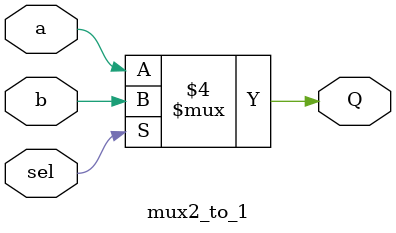
<source format=v>
module mux2_to_1 (
  input wire a, b,
  input wire sel,
  output reg Q
);
  always@(*) begin
    if(sel == 1'b0)
      Q = a;
    else
      Q = b;
  end
endmodule

</source>
